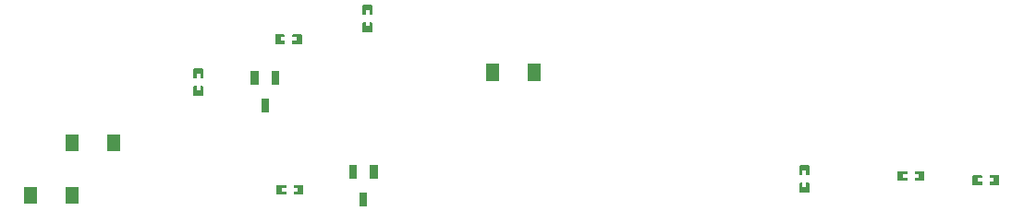
<source format=gtp>
G04 Layer: TopPasteMaskLayer*
G04 EasyEDA v6.4.23, 2021-09-03T17:21:03+02:00*
G04 aeee774bf32f4d08b0fc01e64f25dcb3,11806c6667b54f078b534f3636c84428,10*
G04 Gerber Generator version 0.2*
G04 Scale: 100 percent, Rotated: No, Reflected: No *
G04 Dimensions in millimeters *
G04 leading zeros omitted , absolute positions ,4 integer and 5 decimal *
%FSLAX45Y45*%
%MOMM*%

%ADD10C,0.0001*%

%LPD*%
G36*
X3693820Y11681510D02*
G01*
X3688791Y11676481D01*
X3688791Y11596522D01*
X3693820Y11591493D01*
X3716578Y11591493D01*
X3716578Y11628526D01*
X3749598Y11628526D01*
X3749598Y11591493D01*
X3773779Y11591493D01*
X3778808Y11596522D01*
X3778808Y11676481D01*
X3773779Y11681510D01*
G37*
G36*
X3693820Y11521490D02*
G01*
X3688791Y11516512D01*
X3688791Y11437518D01*
X3693820Y11432489D01*
X3773779Y11432489D01*
X3778808Y11437518D01*
X3778808Y11516512D01*
X3773779Y11521490D01*
X3749598Y11521490D01*
X3749598Y11483492D01*
X3716578Y11483492D01*
X3716578Y11521490D01*
G37*
G36*
X4452518Y10611408D02*
G01*
X4447489Y10606379D01*
X4447489Y10526420D01*
X4452518Y10521391D01*
X4532477Y10521391D01*
X4537506Y10526420D01*
X4537506Y10549178D01*
X4500524Y10549178D01*
X4500524Y10582198D01*
X4537506Y10582198D01*
X4537506Y10606379D01*
X4532477Y10611408D01*
G37*
G36*
X4612487Y10611408D02*
G01*
X4607509Y10606379D01*
X4607509Y10582198D01*
X4645507Y10582198D01*
X4645507Y10549178D01*
X4607509Y10549178D01*
X4607509Y10526420D01*
X4612487Y10521391D01*
X4691481Y10521391D01*
X4696510Y10526420D01*
X4696510Y10606379D01*
X4691481Y10611408D01*
G37*
G36*
X4598822Y11995708D02*
G01*
X4593793Y11990679D01*
X4593793Y11967921D01*
X4630775Y11967921D01*
X4630775Y11934901D01*
X4593793Y11934901D01*
X4593793Y11910720D01*
X4598822Y11905691D01*
X4678781Y11905691D01*
X4683810Y11910720D01*
X4683810Y11990679D01*
X4678781Y11995708D01*
G37*
G36*
X4439818Y11995708D02*
G01*
X4434789Y11990679D01*
X4434789Y11910720D01*
X4439818Y11905691D01*
X4518812Y11905691D01*
X4523790Y11910720D01*
X4523790Y11934901D01*
X4485792Y11934901D01*
X4485792Y11967921D01*
X4523790Y11967921D01*
X4523790Y11990679D01*
X4518812Y11995708D01*
G37*
G36*
X5243220Y12106706D02*
G01*
X5238191Y12101677D01*
X5238191Y12021718D01*
X5243220Y12016689D01*
X5323179Y12016689D01*
X5328208Y12021718D01*
X5328208Y12101677D01*
X5323179Y12106706D01*
X5300421Y12106706D01*
X5300421Y12069673D01*
X5267401Y12069673D01*
X5267401Y12106706D01*
G37*
G36*
X5243220Y12265710D02*
G01*
X5238191Y12260681D01*
X5238191Y12181687D01*
X5243220Y12176709D01*
X5267401Y12176709D01*
X5267401Y12214707D01*
X5300421Y12214707D01*
X5300421Y12176709D01*
X5323179Y12176709D01*
X5328208Y12181687D01*
X5328208Y12260681D01*
X5323179Y12265710D01*
G37*
G36*
X9243720Y10792510D02*
G01*
X9238691Y10787481D01*
X9238691Y10707522D01*
X9243720Y10702493D01*
X9266478Y10702493D01*
X9266478Y10739526D01*
X9299498Y10739526D01*
X9299498Y10702493D01*
X9323679Y10702493D01*
X9328708Y10707522D01*
X9328708Y10787481D01*
X9323679Y10792510D01*
G37*
G36*
X9243720Y10632490D02*
G01*
X9238691Y10627512D01*
X9238691Y10548518D01*
X9243720Y10543489D01*
X9323679Y10543489D01*
X9328708Y10548518D01*
X9328708Y10627512D01*
X9323679Y10632490D01*
X9299498Y10632490D01*
X9299498Y10594492D01*
X9266478Y10594492D01*
X9266478Y10632490D01*
G37*
G36*
X10301122Y10738408D02*
G01*
X10296093Y10733379D01*
X10296093Y10710621D01*
X10333075Y10710621D01*
X10333075Y10677601D01*
X10296093Y10677601D01*
X10296093Y10653420D01*
X10301122Y10648391D01*
X10381081Y10648391D01*
X10386110Y10653420D01*
X10386110Y10733379D01*
X10381081Y10738408D01*
G37*
G36*
X10142118Y10738408D02*
G01*
X10137089Y10733379D01*
X10137089Y10653420D01*
X10142118Y10648391D01*
X10221112Y10648391D01*
X10226090Y10653420D01*
X10226090Y10677601D01*
X10188092Y10677601D01*
X10188092Y10710621D01*
X10226090Y10710621D01*
X10226090Y10733379D01*
X10221112Y10738408D01*
G37*
G36*
X10986922Y10700308D02*
G01*
X10981893Y10695279D01*
X10981893Y10672521D01*
X11018875Y10672521D01*
X11018875Y10639501D01*
X10981893Y10639501D01*
X10981893Y10615320D01*
X10986922Y10610291D01*
X11066881Y10610291D01*
X11071910Y10615320D01*
X11071910Y10695279D01*
X11066881Y10700308D01*
G37*
G36*
X10827918Y10700308D02*
G01*
X10822889Y10695279D01*
X10822889Y10615320D01*
X10827918Y10610291D01*
X10906912Y10610291D01*
X10911890Y10615320D01*
X10911890Y10639501D01*
X10873892Y10639501D01*
X10873892Y10672521D01*
X10911890Y10672521D01*
X10911890Y10695279D01*
X10906912Y10700308D01*
G37*
G36*
X2257600Y10593900D02*
G01*
X2257600Y10437299D01*
X2139099Y10437299D01*
X2139099Y10593900D01*
G37*
G36*
X2517599Y10593900D02*
G01*
X2517599Y10437299D01*
X2636100Y10437299D01*
X2636100Y10593900D01*
G37*
G36*
X2898599Y10919899D02*
G01*
X2898599Y11076500D01*
X3017100Y11076500D01*
X3017100Y10919899D01*
G37*
G36*
X2638600Y10919899D02*
G01*
X2638600Y11076500D01*
X2520099Y11076500D01*
X2520099Y10919899D01*
G37*
G36*
X6486700Y11724200D02*
G01*
X6486700Y11567599D01*
X6368199Y11567599D01*
X6368199Y11724200D01*
G37*
G36*
X6746699Y11724200D02*
G01*
X6746699Y11567599D01*
X6865200Y11567599D01*
X6865200Y11724200D01*
G37*
G36*
X4308398Y11405631D02*
G01*
X4378401Y11405631D01*
X4378401Y11280632D01*
X4308398Y11280632D01*
G37*
G36*
X4213402Y11655577D02*
G01*
X4283405Y11655577D01*
X4283405Y11530558D01*
X4213402Y11530558D01*
G37*
G36*
X4403394Y11655577D02*
G01*
X4473397Y11655577D01*
X4473397Y11530558D01*
X4403394Y11530558D01*
G37*
G36*
X5210098Y10542031D02*
G01*
X5280101Y10542031D01*
X5280101Y10417032D01*
X5210098Y10417032D01*
G37*
G36*
X5115102Y10791977D02*
G01*
X5185105Y10791977D01*
X5185105Y10666958D01*
X5115102Y10666958D01*
G37*
G36*
X5305094Y10791977D02*
G01*
X5375097Y10791977D01*
X5375097Y10666958D01*
X5305094Y10666958D01*
G37*
M02*

</source>
